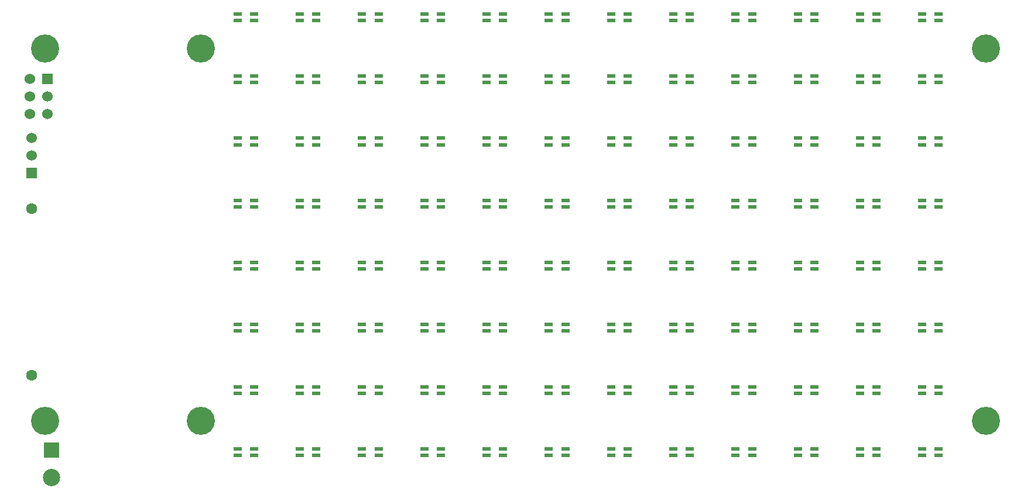
<source format=gts>
G04 (created by PCBNEW (2013-07-07 BZR 4022)-stable) date 5/10/2014 5:07:10 PM*
%MOIN*%
G04 Gerber Fmt 3.4, Leading zero omitted, Abs format*
%FSLAX34Y34*%
G01*
G70*
G90*
G04 APERTURE LIST*
%ADD10C,0.00590551*%
%ADD11R,0.0905512X0.0905512*%
%ADD12C,0.0984252*%
%ADD13R,0.0472441X0.023622*%
%ADD14C,0.0629921*%
%ADD15R,0.06X0.06*%
%ADD16C,0.06*%
%ADD17C,0.16*%
G04 APERTURE END LIST*
G54D10*
G54D11*
X28307Y-64062D03*
G54D12*
X28307Y-65622D03*
G54D13*
X78818Y-39183D03*
X78818Y-39557D03*
X77874Y-39557D03*
X77874Y-39183D03*
G54D14*
X27165Y-50275D03*
X27165Y-59783D03*
G54D15*
X28059Y-42897D03*
G54D16*
X27059Y-42897D03*
X28059Y-43897D03*
X27059Y-43897D03*
X28059Y-44897D03*
X27059Y-44897D03*
G54D15*
X27165Y-48244D03*
G54D16*
X27165Y-47244D03*
X27165Y-46244D03*
G54D13*
X78818Y-42726D03*
X78818Y-43100D03*
X77874Y-43100D03*
X77874Y-42726D03*
X54015Y-63986D03*
X54015Y-64360D03*
X53070Y-64360D03*
X53070Y-63986D03*
X57559Y-53356D03*
X57559Y-53730D03*
X56614Y-53730D03*
X56614Y-53356D03*
X57559Y-56899D03*
X57559Y-57273D03*
X56614Y-57273D03*
X56614Y-56899D03*
X57559Y-60442D03*
X57559Y-60816D03*
X56614Y-60816D03*
X56614Y-60442D03*
X57559Y-63986D03*
X57559Y-64360D03*
X56614Y-64360D03*
X56614Y-63986D03*
X50472Y-53356D03*
X50472Y-53730D03*
X49527Y-53730D03*
X49527Y-53356D03*
X50472Y-56899D03*
X50472Y-57273D03*
X49527Y-57273D03*
X49527Y-56899D03*
X50472Y-60442D03*
X50472Y-60816D03*
X49527Y-60816D03*
X49527Y-60442D03*
X50472Y-63986D03*
X50472Y-64360D03*
X49527Y-64360D03*
X49527Y-63986D03*
X54015Y-53356D03*
X54015Y-53730D03*
X53070Y-53730D03*
X53070Y-53356D03*
X54015Y-56899D03*
X54015Y-57273D03*
X53070Y-57273D03*
X53070Y-56899D03*
X54015Y-60442D03*
X54015Y-60816D03*
X53070Y-60816D03*
X53070Y-60442D03*
X61102Y-63986D03*
X61102Y-64360D03*
X60157Y-64360D03*
X60157Y-63986D03*
X46929Y-53356D03*
X46929Y-53730D03*
X45984Y-53730D03*
X45984Y-53356D03*
X46929Y-56899D03*
X46929Y-57273D03*
X45984Y-57273D03*
X45984Y-56899D03*
X46929Y-60442D03*
X46929Y-60816D03*
X45984Y-60816D03*
X45984Y-60442D03*
X46929Y-63986D03*
X46929Y-64360D03*
X45984Y-64360D03*
X45984Y-63986D03*
X43385Y-53356D03*
X43385Y-53730D03*
X42440Y-53730D03*
X42440Y-53356D03*
X43385Y-56899D03*
X43385Y-57273D03*
X42440Y-57273D03*
X42440Y-56899D03*
X43385Y-60442D03*
X43385Y-60816D03*
X42440Y-60816D03*
X42440Y-60442D03*
X43385Y-63986D03*
X43385Y-64360D03*
X42440Y-64360D03*
X42440Y-63986D03*
X39842Y-53356D03*
X39842Y-53730D03*
X38897Y-53730D03*
X38897Y-53356D03*
X39842Y-56899D03*
X39842Y-57273D03*
X38897Y-57273D03*
X38897Y-56899D03*
X64645Y-63986D03*
X64645Y-64360D03*
X63700Y-64360D03*
X63700Y-63986D03*
X78818Y-53356D03*
X78818Y-53730D03*
X77874Y-53730D03*
X77874Y-53356D03*
X78818Y-56899D03*
X78818Y-57273D03*
X77874Y-57273D03*
X77874Y-56899D03*
X78818Y-60442D03*
X78818Y-60816D03*
X77874Y-60816D03*
X77874Y-60442D03*
X78818Y-63986D03*
X78818Y-64360D03*
X77874Y-64360D03*
X77874Y-63986D03*
X71732Y-53356D03*
X71732Y-53730D03*
X70787Y-53730D03*
X70787Y-53356D03*
X71732Y-56899D03*
X71732Y-57273D03*
X70787Y-57273D03*
X70787Y-56899D03*
X71732Y-60442D03*
X71732Y-60816D03*
X70787Y-60816D03*
X70787Y-60442D03*
X71732Y-63986D03*
X71732Y-64360D03*
X70787Y-64360D03*
X70787Y-63986D03*
X64645Y-53356D03*
X64645Y-53730D03*
X63700Y-53730D03*
X63700Y-53356D03*
X64645Y-56899D03*
X64645Y-57273D03*
X63700Y-57273D03*
X63700Y-56899D03*
X64645Y-60442D03*
X64645Y-60816D03*
X63700Y-60816D03*
X63700Y-60442D03*
X39842Y-60442D03*
X39842Y-60816D03*
X38897Y-60816D03*
X38897Y-60442D03*
X75275Y-53356D03*
X75275Y-53730D03*
X74330Y-53730D03*
X74330Y-53356D03*
X75275Y-56899D03*
X75275Y-57273D03*
X74330Y-57273D03*
X74330Y-56899D03*
X75275Y-60442D03*
X75275Y-60816D03*
X74330Y-60816D03*
X74330Y-60442D03*
X75275Y-63986D03*
X75275Y-64360D03*
X74330Y-64360D03*
X74330Y-63986D03*
X68188Y-53356D03*
X68188Y-53730D03*
X67244Y-53730D03*
X67244Y-53356D03*
X68188Y-56899D03*
X68188Y-57273D03*
X67244Y-57273D03*
X67244Y-56899D03*
X68188Y-60442D03*
X68188Y-60816D03*
X67244Y-60816D03*
X67244Y-60442D03*
X61102Y-53356D03*
X61102Y-53730D03*
X60157Y-53730D03*
X60157Y-53356D03*
X61102Y-56899D03*
X61102Y-57273D03*
X60157Y-57273D03*
X60157Y-56899D03*
X61102Y-60442D03*
X61102Y-60816D03*
X60157Y-60816D03*
X60157Y-60442D03*
X64645Y-42726D03*
X64645Y-43100D03*
X63700Y-43100D03*
X63700Y-42726D03*
X57559Y-42726D03*
X57559Y-43100D03*
X56614Y-43100D03*
X56614Y-42726D03*
X57559Y-39183D03*
X57559Y-39557D03*
X56614Y-39557D03*
X56614Y-39183D03*
X61102Y-49812D03*
X61102Y-50187D03*
X60157Y-50187D03*
X60157Y-49812D03*
X61102Y-46269D03*
X61102Y-46643D03*
X60157Y-46643D03*
X60157Y-46269D03*
X61102Y-42726D03*
X61102Y-43100D03*
X60157Y-43100D03*
X60157Y-42726D03*
X61102Y-39183D03*
X61102Y-39557D03*
X60157Y-39557D03*
X60157Y-39183D03*
X68188Y-49812D03*
X68188Y-50187D03*
X67244Y-50187D03*
X67244Y-49812D03*
X68188Y-46269D03*
X68188Y-46643D03*
X67244Y-46643D03*
X67244Y-46269D03*
X68188Y-42726D03*
X68188Y-43100D03*
X67244Y-43100D03*
X67244Y-42726D03*
X68188Y-39183D03*
X68188Y-39557D03*
X67244Y-39557D03*
X67244Y-39183D03*
X64645Y-49812D03*
X64645Y-50187D03*
X63700Y-50187D03*
X63700Y-49812D03*
X57559Y-46269D03*
X57559Y-46643D03*
X56614Y-46643D03*
X56614Y-46269D03*
X64645Y-39183D03*
X64645Y-39557D03*
X63700Y-39557D03*
X63700Y-39183D03*
X71732Y-49812D03*
X71732Y-50187D03*
X70787Y-50187D03*
X70787Y-49812D03*
X71732Y-46269D03*
X71732Y-46643D03*
X70787Y-46643D03*
X70787Y-46269D03*
X71732Y-42726D03*
X71732Y-43100D03*
X70787Y-43100D03*
X70787Y-42726D03*
X71732Y-39183D03*
X71732Y-39557D03*
X70787Y-39557D03*
X70787Y-39183D03*
X75275Y-49812D03*
X75275Y-50187D03*
X74330Y-50187D03*
X74330Y-49812D03*
X75275Y-46269D03*
X75275Y-46643D03*
X74330Y-46643D03*
X74330Y-46269D03*
X75275Y-42726D03*
X75275Y-43100D03*
X74330Y-43100D03*
X74330Y-42726D03*
X75275Y-39183D03*
X75275Y-39557D03*
X74330Y-39557D03*
X74330Y-39183D03*
X78818Y-49812D03*
X78818Y-50187D03*
X77874Y-50187D03*
X77874Y-49812D03*
X54015Y-42726D03*
X54015Y-43100D03*
X53070Y-43100D03*
X53070Y-42726D03*
X39842Y-63986D03*
X39842Y-64360D03*
X38897Y-64360D03*
X38897Y-63986D03*
X39842Y-49812D03*
X39842Y-50187D03*
X38897Y-50187D03*
X38897Y-49812D03*
X39842Y-46269D03*
X39842Y-46643D03*
X38897Y-46643D03*
X38897Y-46269D03*
X39842Y-42726D03*
X39842Y-43100D03*
X38897Y-43100D03*
X38897Y-42726D03*
X39842Y-39183D03*
X39842Y-39557D03*
X38897Y-39557D03*
X38897Y-39183D03*
X46929Y-49812D03*
X46929Y-50187D03*
X45984Y-50187D03*
X45984Y-49812D03*
X46929Y-46269D03*
X46929Y-46643D03*
X45984Y-46643D03*
X45984Y-46269D03*
X46929Y-42726D03*
X46929Y-43100D03*
X45984Y-43100D03*
X45984Y-42726D03*
X46929Y-39183D03*
X46929Y-39557D03*
X45984Y-39557D03*
X45984Y-39183D03*
X54015Y-49812D03*
X54015Y-50187D03*
X53070Y-50187D03*
X53070Y-49812D03*
X54015Y-46269D03*
X54015Y-46643D03*
X53070Y-46643D03*
X53070Y-46269D03*
X78818Y-46269D03*
X78818Y-46643D03*
X77874Y-46643D03*
X77874Y-46269D03*
X54015Y-39183D03*
X54015Y-39557D03*
X53070Y-39557D03*
X53070Y-39183D03*
X43385Y-49812D03*
X43385Y-50187D03*
X42440Y-50187D03*
X42440Y-49812D03*
X43385Y-46269D03*
X43385Y-46643D03*
X42440Y-46643D03*
X42440Y-46269D03*
X43385Y-42726D03*
X43385Y-43100D03*
X42440Y-43100D03*
X42440Y-42726D03*
X43385Y-39183D03*
X43385Y-39557D03*
X42440Y-39557D03*
X42440Y-39183D03*
X50472Y-49812D03*
X50472Y-50187D03*
X49527Y-50187D03*
X49527Y-49812D03*
X50472Y-46269D03*
X50472Y-46643D03*
X49527Y-46643D03*
X49527Y-46269D03*
X50472Y-42726D03*
X50472Y-43100D03*
X49527Y-43100D03*
X49527Y-42726D03*
X50472Y-39183D03*
X50472Y-39557D03*
X49527Y-39557D03*
X49527Y-39183D03*
X57559Y-49812D03*
X57559Y-50187D03*
X56614Y-50187D03*
X56614Y-49812D03*
X64645Y-46269D03*
X64645Y-46643D03*
X63700Y-46643D03*
X63700Y-46269D03*
X68188Y-63986D03*
X68188Y-64360D03*
X67244Y-64360D03*
X67244Y-63986D03*
G54D17*
X81496Y-62401D03*
X81496Y-41141D03*
X27952Y-62401D03*
X36811Y-62401D03*
X36811Y-41141D03*
X27952Y-41141D03*
M02*

</source>
